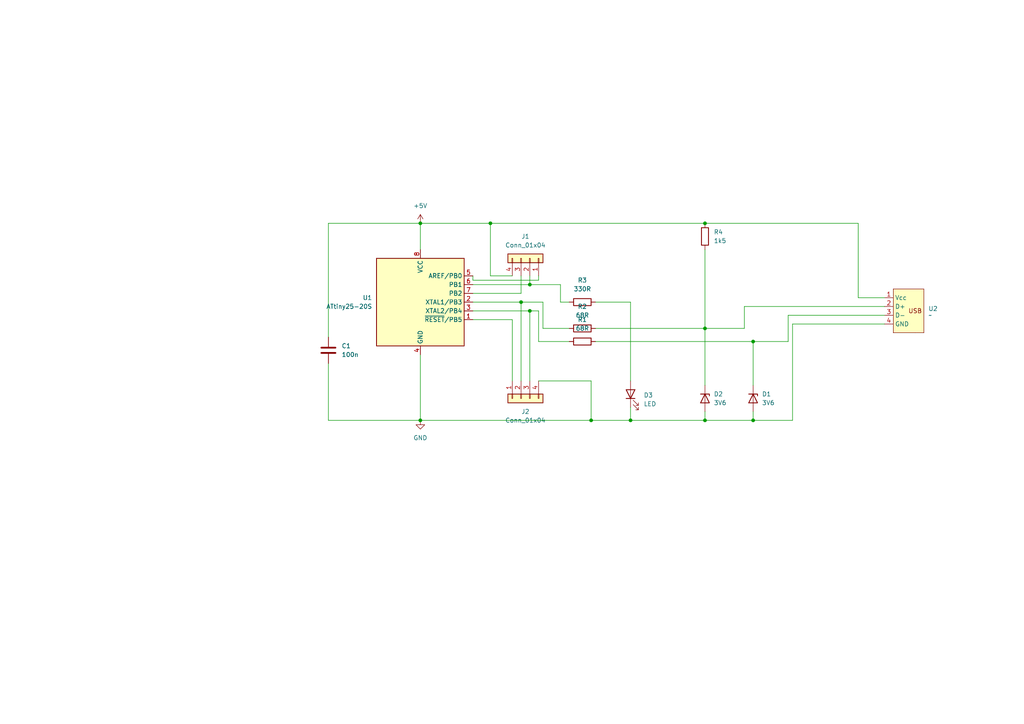
<source format=kicad_sch>
(kicad_sch
	(version 20250114)
	(generator "eeschema")
	(generator_version "9.0")
	(uuid "d2776680-b506-4855-8355-bc0a55b107ac")
	(paper "A4")
	(lib_symbols
		(symbol "Connector_Generic:Conn_01x04"
			(pin_names
				(offset 1.016)
				(hide yes)
			)
			(exclude_from_sim no)
			(in_bom yes)
			(on_board yes)
			(property "Reference" "J"
				(at 0 5.08 0)
				(effects
					(font
						(size 1.27 1.27)
					)
				)
			)
			(property "Value" "Conn_01x04"
				(at 0 -7.62 0)
				(effects
					(font
						(size 1.27 1.27)
					)
				)
			)
			(property "Footprint" ""
				(at 0 0 0)
				(effects
					(font
						(size 1.27 1.27)
					)
					(hide yes)
				)
			)
			(property "Datasheet" "~"
				(at 0 0 0)
				(effects
					(font
						(size 1.27 1.27)
					)
					(hide yes)
				)
			)
			(property "Description" "Generic connector, single row, 01x04, script generated (kicad-library-utils/schlib/autogen/connector/)"
				(at 0 0 0)
				(effects
					(font
						(size 1.27 1.27)
					)
					(hide yes)
				)
			)
			(property "ki_keywords" "connector"
				(at 0 0 0)
				(effects
					(font
						(size 1.27 1.27)
					)
					(hide yes)
				)
			)
			(property "ki_fp_filters" "Connector*:*_1x??_*"
				(at 0 0 0)
				(effects
					(font
						(size 1.27 1.27)
					)
					(hide yes)
				)
			)
			(symbol "Conn_01x04_1_1"
				(rectangle
					(start -1.27 3.81)
					(end 1.27 -6.35)
					(stroke
						(width 0.254)
						(type default)
					)
					(fill
						(type background)
					)
				)
				(rectangle
					(start -1.27 2.667)
					(end 0 2.413)
					(stroke
						(width 0.1524)
						(type default)
					)
					(fill
						(type none)
					)
				)
				(rectangle
					(start -1.27 0.127)
					(end 0 -0.127)
					(stroke
						(width 0.1524)
						(type default)
					)
					(fill
						(type none)
					)
				)
				(rectangle
					(start -1.27 -2.413)
					(end 0 -2.667)
					(stroke
						(width 0.1524)
						(type default)
					)
					(fill
						(type none)
					)
				)
				(rectangle
					(start -1.27 -4.953)
					(end 0 -5.207)
					(stroke
						(width 0.1524)
						(type default)
					)
					(fill
						(type none)
					)
				)
				(pin passive line
					(at -5.08 2.54 0)
					(length 3.81)
					(name "Pin_1"
						(effects
							(font
								(size 1.27 1.27)
							)
						)
					)
					(number "1"
						(effects
							(font
								(size 1.27 1.27)
							)
						)
					)
				)
				(pin passive line
					(at -5.08 0 0)
					(length 3.81)
					(name "Pin_2"
						(effects
							(font
								(size 1.27 1.27)
							)
						)
					)
					(number "2"
						(effects
							(font
								(size 1.27 1.27)
							)
						)
					)
				)
				(pin passive line
					(at -5.08 -2.54 0)
					(length 3.81)
					(name "Pin_3"
						(effects
							(font
								(size 1.27 1.27)
							)
						)
					)
					(number "3"
						(effects
							(font
								(size 1.27 1.27)
							)
						)
					)
				)
				(pin passive line
					(at -5.08 -5.08 0)
					(length 3.81)
					(name "Pin_4"
						(effects
							(font
								(size 1.27 1.27)
							)
						)
					)
					(number "4"
						(effects
							(font
								(size 1.27 1.27)
							)
						)
					)
				)
			)
			(embedded_fonts no)
		)
		(symbol "Device:C"
			(pin_numbers
				(hide yes)
			)
			(pin_names
				(offset 0.254)
			)
			(exclude_from_sim no)
			(in_bom yes)
			(on_board yes)
			(property "Reference" "C"
				(at 0.635 2.54 0)
				(effects
					(font
						(size 1.27 1.27)
					)
					(justify left)
				)
			)
			(property "Value" "C"
				(at 0.635 -2.54 0)
				(effects
					(font
						(size 1.27 1.27)
					)
					(justify left)
				)
			)
			(property "Footprint" ""
				(at 0.9652 -3.81 0)
				(effects
					(font
						(size 1.27 1.27)
					)
					(hide yes)
				)
			)
			(property "Datasheet" "~"
				(at 0 0 0)
				(effects
					(font
						(size 1.27 1.27)
					)
					(hide yes)
				)
			)
			(property "Description" "Unpolarized capacitor"
				(at 0 0 0)
				(effects
					(font
						(size 1.27 1.27)
					)
					(hide yes)
				)
			)
			(property "ki_keywords" "cap capacitor"
				(at 0 0 0)
				(effects
					(font
						(size 1.27 1.27)
					)
					(hide yes)
				)
			)
			(property "ki_fp_filters" "C_*"
				(at 0 0 0)
				(effects
					(font
						(size 1.27 1.27)
					)
					(hide yes)
				)
			)
			(symbol "C_0_1"
				(polyline
					(pts
						(xy -2.032 0.762) (xy 2.032 0.762)
					)
					(stroke
						(width 0.508)
						(type default)
					)
					(fill
						(type none)
					)
				)
				(polyline
					(pts
						(xy -2.032 -0.762) (xy 2.032 -0.762)
					)
					(stroke
						(width 0.508)
						(type default)
					)
					(fill
						(type none)
					)
				)
			)
			(symbol "C_1_1"
				(pin passive line
					(at 0 3.81 270)
					(length 2.794)
					(name "~"
						(effects
							(font
								(size 1.27 1.27)
							)
						)
					)
					(number "1"
						(effects
							(font
								(size 1.27 1.27)
							)
						)
					)
				)
				(pin passive line
					(at 0 -3.81 90)
					(length 2.794)
					(name "~"
						(effects
							(font
								(size 1.27 1.27)
							)
						)
					)
					(number "2"
						(effects
							(font
								(size 1.27 1.27)
							)
						)
					)
				)
			)
			(embedded_fonts no)
		)
		(symbol "Device:D_Zener"
			(pin_numbers
				(hide yes)
			)
			(pin_names
				(offset 1.016)
				(hide yes)
			)
			(exclude_from_sim no)
			(in_bom yes)
			(on_board yes)
			(property "Reference" "D"
				(at 0 2.54 0)
				(effects
					(font
						(size 1.27 1.27)
					)
				)
			)
			(property "Value" "D_Zener"
				(at 0 -2.54 0)
				(effects
					(font
						(size 1.27 1.27)
					)
				)
			)
			(property "Footprint" ""
				(at 0 0 0)
				(effects
					(font
						(size 1.27 1.27)
					)
					(hide yes)
				)
			)
			(property "Datasheet" "~"
				(at 0 0 0)
				(effects
					(font
						(size 1.27 1.27)
					)
					(hide yes)
				)
			)
			(property "Description" "Zener diode"
				(at 0 0 0)
				(effects
					(font
						(size 1.27 1.27)
					)
					(hide yes)
				)
			)
			(property "ki_keywords" "diode"
				(at 0 0 0)
				(effects
					(font
						(size 1.27 1.27)
					)
					(hide yes)
				)
			)
			(property "ki_fp_filters" "TO-???* *_Diode_* *SingleDiode* D_*"
				(at 0 0 0)
				(effects
					(font
						(size 1.27 1.27)
					)
					(hide yes)
				)
			)
			(symbol "D_Zener_0_1"
				(polyline
					(pts
						(xy -1.27 -1.27) (xy -1.27 1.27) (xy -0.762 1.27)
					)
					(stroke
						(width 0.254)
						(type default)
					)
					(fill
						(type none)
					)
				)
				(polyline
					(pts
						(xy 1.27 0) (xy -1.27 0)
					)
					(stroke
						(width 0)
						(type default)
					)
					(fill
						(type none)
					)
				)
				(polyline
					(pts
						(xy 1.27 -1.27) (xy 1.27 1.27) (xy -1.27 0) (xy 1.27 -1.27)
					)
					(stroke
						(width 0.254)
						(type default)
					)
					(fill
						(type none)
					)
				)
			)
			(symbol "D_Zener_1_1"
				(pin passive line
					(at -3.81 0 0)
					(length 2.54)
					(name "K"
						(effects
							(font
								(size 1.27 1.27)
							)
						)
					)
					(number "1"
						(effects
							(font
								(size 1.27 1.27)
							)
						)
					)
				)
				(pin passive line
					(at 3.81 0 180)
					(length 2.54)
					(name "A"
						(effects
							(font
								(size 1.27 1.27)
							)
						)
					)
					(number "2"
						(effects
							(font
								(size 1.27 1.27)
							)
						)
					)
				)
			)
			(embedded_fonts no)
		)
		(symbol "Device:LED"
			(pin_numbers
				(hide yes)
			)
			(pin_names
				(offset 1.016)
				(hide yes)
			)
			(exclude_from_sim no)
			(in_bom yes)
			(on_board yes)
			(property "Reference" "D"
				(at 0 2.54 0)
				(effects
					(font
						(size 1.27 1.27)
					)
				)
			)
			(property "Value" "LED"
				(at 0 -2.54 0)
				(effects
					(font
						(size 1.27 1.27)
					)
				)
			)
			(property "Footprint" ""
				(at 0 0 0)
				(effects
					(font
						(size 1.27 1.27)
					)
					(hide yes)
				)
			)
			(property "Datasheet" "~"
				(at 0 0 0)
				(effects
					(font
						(size 1.27 1.27)
					)
					(hide yes)
				)
			)
			(property "Description" "Light emitting diode"
				(at 0 0 0)
				(effects
					(font
						(size 1.27 1.27)
					)
					(hide yes)
				)
			)
			(property "Sim.Pins" "1=K 2=A"
				(at 0 0 0)
				(effects
					(font
						(size 1.27 1.27)
					)
					(hide yes)
				)
			)
			(property "ki_keywords" "LED diode"
				(at 0 0 0)
				(effects
					(font
						(size 1.27 1.27)
					)
					(hide yes)
				)
			)
			(property "ki_fp_filters" "LED* LED_SMD:* LED_THT:*"
				(at 0 0 0)
				(effects
					(font
						(size 1.27 1.27)
					)
					(hide yes)
				)
			)
			(symbol "LED_0_1"
				(polyline
					(pts
						(xy -3.048 -0.762) (xy -4.572 -2.286) (xy -3.81 -2.286) (xy -4.572 -2.286) (xy -4.572 -1.524)
					)
					(stroke
						(width 0)
						(type default)
					)
					(fill
						(type none)
					)
				)
				(polyline
					(pts
						(xy -1.778 -0.762) (xy -3.302 -2.286) (xy -2.54 -2.286) (xy -3.302 -2.286) (xy -3.302 -1.524)
					)
					(stroke
						(width 0)
						(type default)
					)
					(fill
						(type none)
					)
				)
				(polyline
					(pts
						(xy -1.27 0) (xy 1.27 0)
					)
					(stroke
						(width 0)
						(type default)
					)
					(fill
						(type none)
					)
				)
				(polyline
					(pts
						(xy -1.27 -1.27) (xy -1.27 1.27)
					)
					(stroke
						(width 0.254)
						(type default)
					)
					(fill
						(type none)
					)
				)
				(polyline
					(pts
						(xy 1.27 -1.27) (xy 1.27 1.27) (xy -1.27 0) (xy 1.27 -1.27)
					)
					(stroke
						(width 0.254)
						(type default)
					)
					(fill
						(type none)
					)
				)
			)
			(symbol "LED_1_1"
				(pin passive line
					(at -3.81 0 0)
					(length 2.54)
					(name "K"
						(effects
							(font
								(size 1.27 1.27)
							)
						)
					)
					(number "1"
						(effects
							(font
								(size 1.27 1.27)
							)
						)
					)
				)
				(pin passive line
					(at 3.81 0 180)
					(length 2.54)
					(name "A"
						(effects
							(font
								(size 1.27 1.27)
							)
						)
					)
					(number "2"
						(effects
							(font
								(size 1.27 1.27)
							)
						)
					)
				)
			)
			(embedded_fonts no)
		)
		(symbol "Device:R"
			(pin_numbers
				(hide yes)
			)
			(pin_names
				(offset 0)
			)
			(exclude_from_sim no)
			(in_bom yes)
			(on_board yes)
			(property "Reference" "R"
				(at 2.032 0 90)
				(effects
					(font
						(size 1.27 1.27)
					)
				)
			)
			(property "Value" "R"
				(at 0 0 90)
				(effects
					(font
						(size 1.27 1.27)
					)
				)
			)
			(property "Footprint" ""
				(at -1.778 0 90)
				(effects
					(font
						(size 1.27 1.27)
					)
					(hide yes)
				)
			)
			(property "Datasheet" "~"
				(at 0 0 0)
				(effects
					(font
						(size 1.27 1.27)
					)
					(hide yes)
				)
			)
			(property "Description" "Resistor"
				(at 0 0 0)
				(effects
					(font
						(size 1.27 1.27)
					)
					(hide yes)
				)
			)
			(property "ki_keywords" "R res resistor"
				(at 0 0 0)
				(effects
					(font
						(size 1.27 1.27)
					)
					(hide yes)
				)
			)
			(property "ki_fp_filters" "R_*"
				(at 0 0 0)
				(effects
					(font
						(size 1.27 1.27)
					)
					(hide yes)
				)
			)
			(symbol "R_0_1"
				(rectangle
					(start -1.016 -2.54)
					(end 1.016 2.54)
					(stroke
						(width 0.254)
						(type default)
					)
					(fill
						(type none)
					)
				)
			)
			(symbol "R_1_1"
				(pin passive line
					(at 0 3.81 270)
					(length 1.27)
					(name "~"
						(effects
							(font
								(size 1.27 1.27)
							)
						)
					)
					(number "1"
						(effects
							(font
								(size 1.27 1.27)
							)
						)
					)
				)
				(pin passive line
					(at 0 -3.81 90)
					(length 1.27)
					(name "~"
						(effects
							(font
								(size 1.27 1.27)
							)
						)
					)
					(number "2"
						(effects
							(font
								(size 1.27 1.27)
							)
						)
					)
				)
			)
			(embedded_fonts no)
		)
		(symbol "MCU_Microchip_ATtiny:ATtiny25-20S"
			(exclude_from_sim no)
			(in_bom yes)
			(on_board yes)
			(property "Reference" "U"
				(at -12.7 13.97 0)
				(effects
					(font
						(size 1.27 1.27)
					)
					(justify left bottom)
				)
			)
			(property "Value" "ATtiny25-20S"
				(at 2.54 -13.97 0)
				(effects
					(font
						(size 1.27 1.27)
					)
					(justify left top)
				)
			)
			(property "Footprint" "Package_SO:SOIC-8_5.3x5.3mm_P1.27mm"
				(at 0 0 0)
				(effects
					(font
						(size 1.27 1.27)
						(italic yes)
					)
					(hide yes)
				)
			)
			(property "Datasheet" "http://ww1.microchip.com/downloads/en/DeviceDoc/atmel-2586-avr-8-bit-microcontroller-attiny25-attiny45-attiny85_datasheet.pdf"
				(at 0 0 0)
				(effects
					(font
						(size 1.27 1.27)
					)
					(hide yes)
				)
			)
			(property "Description" "20MHz, 2kB Flash, 128B SRAM, 128B EEPROM, debugWIRE, SOIC-8"
				(at 0 0 0)
				(effects
					(font
						(size 1.27 1.27)
					)
					(hide yes)
				)
			)
			(property "ki_keywords" "AVR 8bit Microcontroller tinyAVR"
				(at 0 0 0)
				(effects
					(font
						(size 1.27 1.27)
					)
					(hide yes)
				)
			)
			(property "ki_fp_filters" "*SOIC*5.3x5.3mm*P1.27mm*"
				(at 0 0 0)
				(effects
					(font
						(size 1.27 1.27)
					)
					(hide yes)
				)
			)
			(symbol "ATtiny25-20S_0_1"
				(rectangle
					(start -12.7 -12.7)
					(end 12.7 12.7)
					(stroke
						(width 0.254)
						(type default)
					)
					(fill
						(type background)
					)
				)
			)
			(symbol "ATtiny25-20S_1_1"
				(pin power_in line
					(at 0 15.24 270)
					(length 2.54)
					(name "VCC"
						(effects
							(font
								(size 1.27 1.27)
							)
						)
					)
					(number "8"
						(effects
							(font
								(size 1.27 1.27)
							)
						)
					)
				)
				(pin power_in line
					(at 0 -15.24 90)
					(length 2.54)
					(name "GND"
						(effects
							(font
								(size 1.27 1.27)
							)
						)
					)
					(number "4"
						(effects
							(font
								(size 1.27 1.27)
							)
						)
					)
				)
				(pin bidirectional line
					(at 15.24 7.62 180)
					(length 2.54)
					(name "AREF/PB0"
						(effects
							(font
								(size 1.27 1.27)
							)
						)
					)
					(number "5"
						(effects
							(font
								(size 1.27 1.27)
							)
						)
					)
				)
				(pin bidirectional line
					(at 15.24 5.08 180)
					(length 2.54)
					(name "PB1"
						(effects
							(font
								(size 1.27 1.27)
							)
						)
					)
					(number "6"
						(effects
							(font
								(size 1.27 1.27)
							)
						)
					)
				)
				(pin bidirectional line
					(at 15.24 2.54 180)
					(length 2.54)
					(name "PB2"
						(effects
							(font
								(size 1.27 1.27)
							)
						)
					)
					(number "7"
						(effects
							(font
								(size 1.27 1.27)
							)
						)
					)
				)
				(pin bidirectional line
					(at 15.24 0 180)
					(length 2.54)
					(name "XTAL1/PB3"
						(effects
							(font
								(size 1.27 1.27)
							)
						)
					)
					(number "2"
						(effects
							(font
								(size 1.27 1.27)
							)
						)
					)
				)
				(pin bidirectional line
					(at 15.24 -2.54 180)
					(length 2.54)
					(name "XTAL2/PB4"
						(effects
							(font
								(size 1.27 1.27)
							)
						)
					)
					(number "3"
						(effects
							(font
								(size 1.27 1.27)
							)
						)
					)
				)
				(pin bidirectional line
					(at 15.24 -5.08 180)
					(length 2.54)
					(name "~{RESET}/PB5"
						(effects
							(font
								(size 1.27 1.27)
							)
						)
					)
					(number "1"
						(effects
							(font
								(size 1.27 1.27)
							)
						)
					)
				)
			)
			(embedded_fonts no)
		)
		(symbol "astaBunNew_Library_0:pcbUsb"
			(exclude_from_sim no)
			(in_bom yes)
			(on_board yes)
			(property "Reference" "U"
				(at 0 0 0)
				(effects
					(font
						(size 1.27 1.27)
					)
				)
			)
			(property "Value" ""
				(at 0 0 0)
				(effects
					(font
						(size 1.27 1.27)
					)
				)
			)
			(property "Footprint" ""
				(at 0 0 0)
				(effects
					(font
						(size 1.27 1.27)
					)
					(hide yes)
				)
			)
			(property "Datasheet" ""
				(at 0 0 0)
				(effects
					(font
						(size 1.27 1.27)
					)
					(hide yes)
				)
			)
			(property "Description" ""
				(at 0 0 0)
				(effects
					(font
						(size 1.27 1.27)
					)
					(hide yes)
				)
			)
			(symbol "pcbUsb_0_1"
				(rectangle
					(start 8.89 -1.27)
					(end 8.89 -1.27)
					(stroke
						(width 0)
						(type default)
					)
					(fill
						(type none)
					)
				)
				(rectangle
					(start 8.89 -1.27)
					(end 8.89 -1.27)
					(stroke
						(width 0)
						(type default)
					)
					(fill
						(type none)
					)
				)
			)
			(symbol "pcbUsb_1_1"
				(rectangle
					(start 2.54 11.43)
					(end 11.43 -1.27)
					(stroke
						(width 0)
						(type solid)
					)
					(fill
						(type background)
					)
				)
				(text "USB"
					(at 8.89 5.08 0)
					(effects
						(font
							(size 1.27 1.27)
						)
					)
				)
				(pin power_in line
					(at 0 8.89 0)
					(length 2.54)
					(name "Vcc"
						(effects
							(font
								(size 1.27 1.27)
							)
						)
					)
					(number "1"
						(effects
							(font
								(size 1.27 1.27)
							)
						)
					)
				)
				(pin bidirectional line
					(at 0 6.35 0)
					(length 2.54)
					(name "D+"
						(effects
							(font
								(size 1.27 1.27)
							)
						)
					)
					(number "2"
						(effects
							(font
								(size 1.27 1.27)
							)
						)
					)
				)
				(pin bidirectional line
					(at 0 3.81 0)
					(length 2.54)
					(name "D-"
						(effects
							(font
								(size 1.27 1.27)
							)
						)
					)
					(number "3"
						(effects
							(font
								(size 1.27 1.27)
							)
						)
					)
				)
				(pin power_in line
					(at 0 1.27 0)
					(length 2.54)
					(name "GND"
						(effects
							(font
								(size 1.27 1.27)
							)
						)
					)
					(number "4"
						(effects
							(font
								(size 1.27 1.27)
							)
						)
					)
				)
			)
			(embedded_fonts no)
		)
		(symbol "power:+5V"
			(power)
			(pin_numbers
				(hide yes)
			)
			(pin_names
				(offset 0)
				(hide yes)
			)
			(exclude_from_sim no)
			(in_bom yes)
			(on_board yes)
			(property "Reference" "#PWR"
				(at 0 -3.81 0)
				(effects
					(font
						(size 1.27 1.27)
					)
					(hide yes)
				)
			)
			(property "Value" "+5V"
				(at 0 3.556 0)
				(effects
					(font
						(size 1.27 1.27)
					)
				)
			)
			(property "Footprint" ""
				(at 0 0 0)
				(effects
					(font
						(size 1.27 1.27)
					)
					(hide yes)
				)
			)
			(property "Datasheet" ""
				(at 0 0 0)
				(effects
					(font
						(size 1.27 1.27)
					)
					(hide yes)
				)
			)
			(property "Description" "Power symbol creates a global label with name \"+5V\""
				(at 0 0 0)
				(effects
					(font
						(size 1.27 1.27)
					)
					(hide yes)
				)
			)
			(property "ki_keywords" "global power"
				(at 0 0 0)
				(effects
					(font
						(size 1.27 1.27)
					)
					(hide yes)
				)
			)
			(symbol "+5V_0_1"
				(polyline
					(pts
						(xy -0.762 1.27) (xy 0 2.54)
					)
					(stroke
						(width 0)
						(type default)
					)
					(fill
						(type none)
					)
				)
				(polyline
					(pts
						(xy 0 2.54) (xy 0.762 1.27)
					)
					(stroke
						(width 0)
						(type default)
					)
					(fill
						(type none)
					)
				)
				(polyline
					(pts
						(xy 0 0) (xy 0 2.54)
					)
					(stroke
						(width 0)
						(type default)
					)
					(fill
						(type none)
					)
				)
			)
			(symbol "+5V_1_1"
				(pin power_in line
					(at 0 0 90)
					(length 0)
					(name "~"
						(effects
							(font
								(size 1.27 1.27)
							)
						)
					)
					(number "1"
						(effects
							(font
								(size 1.27 1.27)
							)
						)
					)
				)
			)
			(embedded_fonts no)
		)
		(symbol "power:GND"
			(power)
			(pin_numbers
				(hide yes)
			)
			(pin_names
				(offset 0)
				(hide yes)
			)
			(exclude_from_sim no)
			(in_bom yes)
			(on_board yes)
			(property "Reference" "#PWR"
				(at 0 -6.35 0)
				(effects
					(font
						(size 1.27 1.27)
					)
					(hide yes)
				)
			)
			(property "Value" "GND"
				(at 0 -3.81 0)
				(effects
					(font
						(size 1.27 1.27)
					)
				)
			)
			(property "Footprint" ""
				(at 0 0 0)
				(effects
					(font
						(size 1.27 1.27)
					)
					(hide yes)
				)
			)
			(property "Datasheet" ""
				(at 0 0 0)
				(effects
					(font
						(size 1.27 1.27)
					)
					(hide yes)
				)
			)
			(property "Description" "Power symbol creates a global label with name \"GND\" , ground"
				(at 0 0 0)
				(effects
					(font
						(size 1.27 1.27)
					)
					(hide yes)
				)
			)
			(property "ki_keywords" "global power"
				(at 0 0 0)
				(effects
					(font
						(size 1.27 1.27)
					)
					(hide yes)
				)
			)
			(symbol "GND_0_1"
				(polyline
					(pts
						(xy 0 0) (xy 0 -1.27) (xy 1.27 -1.27) (xy 0 -2.54) (xy -1.27 -1.27) (xy 0 -1.27)
					)
					(stroke
						(width 0)
						(type default)
					)
					(fill
						(type none)
					)
				)
			)
			(symbol "GND_1_1"
				(pin power_in line
					(at 0 0 270)
					(length 0)
					(name "~"
						(effects
							(font
								(size 1.27 1.27)
							)
						)
					)
					(number "1"
						(effects
							(font
								(size 1.27 1.27)
							)
						)
					)
				)
			)
			(embedded_fonts no)
		)
	)
	(junction
		(at 218.44 99.06)
		(diameter 0)
		(color 0 0 0 0)
		(uuid "08768db8-e8a6-4d38-90db-24cf2f85651b")
	)
	(junction
		(at 204.47 121.92)
		(diameter 0)
		(color 0 0 0 0)
		(uuid "0ba148a7-d402-49f1-b047-4f377b0b9714")
	)
	(junction
		(at 204.47 64.77)
		(diameter 0)
		(color 0 0 0 0)
		(uuid "2eddb6ff-72b4-42a8-a374-19f7631161bb")
	)
	(junction
		(at 171.45 121.92)
		(diameter 0)
		(color 0 0 0 0)
		(uuid "328e0e8c-c491-4849-bfeb-ac6bb91de839")
	)
	(junction
		(at 121.92 121.92)
		(diameter 0)
		(color 0 0 0 0)
		(uuid "41339d18-4bea-4ad2-9ecc-97353b8e586c")
	)
	(junction
		(at 153.67 90.17)
		(diameter 0)
		(color 0 0 0 0)
		(uuid "6185d685-ac1b-4cd5-8dc5-e22dc613e634")
	)
	(junction
		(at 218.44 121.92)
		(diameter 0)
		(color 0 0 0 0)
		(uuid "645e83cc-435b-4fb4-a5b7-901e7df5710e")
	)
	(junction
		(at 204.47 95.25)
		(diameter 0)
		(color 0 0 0 0)
		(uuid "7711d3f1-8b9f-450d-b85a-e6bff754b128")
	)
	(junction
		(at 182.88 121.92)
		(diameter 0)
		(color 0 0 0 0)
		(uuid "9a31b1e2-4d56-45aa-9e02-0cd33634ab13")
	)
	(junction
		(at 142.24 64.77)
		(diameter 0)
		(color 0 0 0 0)
		(uuid "d0583604-7314-4a86-920f-9e4a554448ce")
	)
	(junction
		(at 151.13 87.63)
		(diameter 0)
		(color 0 0 0 0)
		(uuid "d54d337d-6bcf-408f-bed6-58aa25af2311")
	)
	(junction
		(at 153.67 82.55)
		(diameter 0)
		(color 0 0 0 0)
		(uuid "dfdd173c-299d-42fc-b839-0dc7b125eccc")
	)
	(junction
		(at 121.92 64.77)
		(diameter 0)
		(color 0 0 0 0)
		(uuid "f0ce6dec-0a9e-45a2-aa95-3aa87cda5c12")
	)
	(wire
		(pts
			(xy 156.21 99.06) (xy 156.21 90.17)
		)
		(stroke
			(width 0)
			(type default)
		)
		(uuid "01210a08-5def-4c7f-a628-e7c9dd371aa2")
	)
	(wire
		(pts
			(xy 153.67 90.17) (xy 137.16 90.17)
		)
		(stroke
			(width 0)
			(type default)
		)
		(uuid "036dd0aa-645c-417e-b2f0-b118f60c5561")
	)
	(wire
		(pts
			(xy 182.88 110.49) (xy 182.88 87.63)
		)
		(stroke
			(width 0)
			(type default)
		)
		(uuid "060b51c8-6699-4d52-8b08-f74109fd18f3")
	)
	(wire
		(pts
			(xy 204.47 111.76) (xy 204.47 95.25)
		)
		(stroke
			(width 0)
			(type default)
		)
		(uuid "0a6ec7c9-ca6a-4617-8fc8-54b0dcbb4077")
	)
	(wire
		(pts
			(xy 151.13 87.63) (xy 151.13 110.49)
		)
		(stroke
			(width 0)
			(type default)
		)
		(uuid "10667743-36e9-44c0-b467-70bfb8557113")
	)
	(wire
		(pts
			(xy 215.9 95.25) (xy 204.47 95.25)
		)
		(stroke
			(width 0)
			(type default)
		)
		(uuid "12de5542-5b87-41b0-b563-89233d7d55c2")
	)
	(wire
		(pts
			(xy 256.54 86.36) (xy 248.92 86.36)
		)
		(stroke
			(width 0)
			(type default)
		)
		(uuid "15ec50ac-50d4-443c-be3c-59a9342d101b")
	)
	(wire
		(pts
			(xy 248.92 86.36) (xy 248.92 64.77)
		)
		(stroke
			(width 0)
			(type default)
		)
		(uuid "1c440f75-ecbc-4a12-a47f-71d71bb02c75")
	)
	(wire
		(pts
			(xy 151.13 87.63) (xy 137.16 87.63)
		)
		(stroke
			(width 0)
			(type default)
		)
		(uuid "1e1d0bb4-c570-41af-beaf-27c347f330b3")
	)
	(wire
		(pts
			(xy 156.21 90.17) (xy 153.67 90.17)
		)
		(stroke
			(width 0)
			(type default)
		)
		(uuid "2625a6bb-75ad-4c03-9a75-80d8c99ce9bd")
	)
	(wire
		(pts
			(xy 121.92 64.77) (xy 142.24 64.77)
		)
		(stroke
			(width 0)
			(type default)
		)
		(uuid "289a6429-7456-4d33-8217-2a1299ed7a2c")
	)
	(wire
		(pts
			(xy 204.47 72.39) (xy 204.47 95.25)
		)
		(stroke
			(width 0)
			(type default)
		)
		(uuid "2c75b86e-afe1-4a91-b150-6fe47004467f")
	)
	(wire
		(pts
			(xy 153.67 82.55) (xy 137.16 82.55)
		)
		(stroke
			(width 0)
			(type default)
		)
		(uuid "3487218e-ae23-4cc3-9bc0-50890123bcf4")
	)
	(wire
		(pts
			(xy 165.1 99.06) (xy 156.21 99.06)
		)
		(stroke
			(width 0)
			(type default)
		)
		(uuid "380364d5-9522-4571-9891-f7b899decc18")
	)
	(wire
		(pts
			(xy 151.13 80.01) (xy 151.13 85.09)
		)
		(stroke
			(width 0)
			(type default)
		)
		(uuid "3a252e3a-51e6-4e16-a10f-afcee4612dba")
	)
	(wire
		(pts
			(xy 162.56 87.63) (xy 162.56 82.55)
		)
		(stroke
			(width 0)
			(type default)
		)
		(uuid "3df2aa98-692d-42d8-879d-e309e10f117a")
	)
	(wire
		(pts
			(xy 256.54 93.98) (xy 229.87 93.98)
		)
		(stroke
			(width 0)
			(type default)
		)
		(uuid "4414ce1a-b341-4dc6-bf62-413928d06560")
	)
	(wire
		(pts
			(xy 121.92 64.77) (xy 121.92 72.39)
		)
		(stroke
			(width 0)
			(type default)
		)
		(uuid "481e917e-deca-4185-96e0-0a02e5fe1edd")
	)
	(wire
		(pts
			(xy 204.47 95.25) (xy 172.72 95.25)
		)
		(stroke
			(width 0)
			(type default)
		)
		(uuid "49c27dbf-980b-4a7e-92f2-191912e78030")
	)
	(wire
		(pts
			(xy 256.54 91.44) (xy 228.6 91.44)
		)
		(stroke
			(width 0)
			(type default)
		)
		(uuid "50de9420-d2b8-4a66-8ed5-8097832d9c60")
	)
	(wire
		(pts
			(xy 218.44 121.92) (xy 204.47 121.92)
		)
		(stroke
			(width 0)
			(type default)
		)
		(uuid "51c7b6e0-da51-4694-acd5-b2274032d88b")
	)
	(wire
		(pts
			(xy 228.6 99.06) (xy 218.44 99.06)
		)
		(stroke
			(width 0)
			(type default)
		)
		(uuid "5315c7a9-8123-4edf-9a65-c896196b47e5")
	)
	(wire
		(pts
			(xy 95.25 121.92) (xy 121.92 121.92)
		)
		(stroke
			(width 0)
			(type default)
		)
		(uuid "63aa4939-0cab-4e7b-af8f-e49e57ff9382")
	)
	(wire
		(pts
			(xy 248.92 64.77) (xy 204.47 64.77)
		)
		(stroke
			(width 0)
			(type default)
		)
		(uuid "66113487-f5bd-4dbc-9cbd-d70a49c2fe8b")
	)
	(wire
		(pts
			(xy 165.1 95.25) (xy 157.48 95.25)
		)
		(stroke
			(width 0)
			(type default)
		)
		(uuid "7042ade7-8013-4cc8-af4a-a3dbca12fc55")
	)
	(wire
		(pts
			(xy 95.25 105.41) (xy 95.25 121.92)
		)
		(stroke
			(width 0)
			(type default)
		)
		(uuid "736439bf-8a11-49d5-b871-239e8a42eb86")
	)
	(wire
		(pts
			(xy 95.25 64.77) (xy 121.92 64.77)
		)
		(stroke
			(width 0)
			(type default)
		)
		(uuid "77241ff0-4839-4246-9a17-30ee4f701b3d")
	)
	(wire
		(pts
			(xy 171.45 110.49) (xy 156.21 110.49)
		)
		(stroke
			(width 0)
			(type default)
		)
		(uuid "78726e33-cbd0-4b3a-a606-6ec99c59bb31")
	)
	(wire
		(pts
			(xy 151.13 85.09) (xy 137.16 85.09)
		)
		(stroke
			(width 0)
			(type default)
		)
		(uuid "79a38bcb-b0c0-47a9-abb3-4731e55cd208")
	)
	(wire
		(pts
			(xy 142.24 80.01) (xy 142.24 64.77)
		)
		(stroke
			(width 0)
			(type default)
		)
		(uuid "8674166e-534a-4d34-b331-dd27e3229b4f")
	)
	(wire
		(pts
			(xy 229.87 93.98) (xy 229.87 121.92)
		)
		(stroke
			(width 0)
			(type default)
		)
		(uuid "8726cbc8-f71b-4591-9667-145ed791b05b")
	)
	(wire
		(pts
			(xy 218.44 119.38) (xy 218.44 121.92)
		)
		(stroke
			(width 0)
			(type default)
		)
		(uuid "8d96dcb9-1bfd-4a15-8cfb-c799800c5b29")
	)
	(wire
		(pts
			(xy 182.88 87.63) (xy 172.72 87.63)
		)
		(stroke
			(width 0)
			(type default)
		)
		(uuid "92f2ba31-a72d-4084-b041-ff7a3291dc16")
	)
	(wire
		(pts
			(xy 148.59 92.71) (xy 137.16 92.71)
		)
		(stroke
			(width 0)
			(type default)
		)
		(uuid "934e5b05-cdce-48d8-8f39-4c6332f7e10f")
	)
	(wire
		(pts
			(xy 157.48 95.25) (xy 157.48 87.63)
		)
		(stroke
			(width 0)
			(type default)
		)
		(uuid "93779689-f3e6-4325-b959-71b057681e9f")
	)
	(wire
		(pts
			(xy 165.1 87.63) (xy 162.56 87.63)
		)
		(stroke
			(width 0)
			(type default)
		)
		(uuid "97d34673-2d17-4b61-87cf-0b1115b78555")
	)
	(wire
		(pts
			(xy 215.9 88.9) (xy 215.9 95.25)
		)
		(stroke
			(width 0)
			(type default)
		)
		(uuid "9b9f21c0-d2b0-4b57-89c7-3122023306bb")
	)
	(wire
		(pts
			(xy 171.45 121.92) (xy 182.88 121.92)
		)
		(stroke
			(width 0)
			(type default)
		)
		(uuid "9eb3a6de-e593-4325-bd52-af53411bfb20")
	)
	(wire
		(pts
			(xy 156.21 81.28) (xy 137.16 81.28)
		)
		(stroke
			(width 0)
			(type default)
		)
		(uuid "9fe22627-1cb8-46bb-a7a7-9f8a4cd91db5")
	)
	(wire
		(pts
			(xy 256.54 88.9) (xy 215.9 88.9)
		)
		(stroke
			(width 0)
			(type default)
		)
		(uuid "a15b77d8-da04-4e6f-b678-b942b42444c7")
	)
	(wire
		(pts
			(xy 121.92 121.92) (xy 171.45 121.92)
		)
		(stroke
			(width 0)
			(type default)
		)
		(uuid "a2db48ec-e0a5-4108-940b-6020e16410eb")
	)
	(wire
		(pts
			(xy 182.88 121.92) (xy 182.88 118.11)
		)
		(stroke
			(width 0)
			(type default)
		)
		(uuid "af1b73bb-b5e3-4e17-9fd3-7657fcfe2c0a")
	)
	(wire
		(pts
			(xy 218.44 99.06) (xy 172.72 99.06)
		)
		(stroke
			(width 0)
			(type default)
		)
		(uuid "ba1d7246-049e-43d3-aa5a-80e372549536")
	)
	(wire
		(pts
			(xy 228.6 91.44) (xy 228.6 99.06)
		)
		(stroke
			(width 0)
			(type default)
		)
		(uuid "bace092f-3167-4bc0-bf79-b45f4f16b45a")
	)
	(wire
		(pts
			(xy 137.16 81.28) (xy 137.16 80.01)
		)
		(stroke
			(width 0)
			(type default)
		)
		(uuid "c0e3bcfa-002b-4d50-b131-b6ccffbb704f")
	)
	(wire
		(pts
			(xy 162.56 82.55) (xy 153.67 82.55)
		)
		(stroke
			(width 0)
			(type default)
		)
		(uuid "c2ee2a1f-3a1f-409d-80c1-2272c7f71556")
	)
	(wire
		(pts
			(xy 229.87 121.92) (xy 218.44 121.92)
		)
		(stroke
			(width 0)
			(type default)
		)
		(uuid "ccf3361e-0fe3-4ff3-8123-1ca36ef6bd51")
	)
	(wire
		(pts
			(xy 142.24 64.77) (xy 204.47 64.77)
		)
		(stroke
			(width 0)
			(type default)
		)
		(uuid "d3f5a241-8c67-40d5-aa80-afbe5f928231")
	)
	(wire
		(pts
			(xy 182.88 121.92) (xy 204.47 121.92)
		)
		(stroke
			(width 0)
			(type default)
		)
		(uuid "d92f8f65-2c5a-4cfb-ace9-e9d572478ff8")
	)
	(wire
		(pts
			(xy 121.92 102.87) (xy 121.92 121.92)
		)
		(stroke
			(width 0)
			(type default)
		)
		(uuid "da3cb705-5ffc-4839-98a7-667c25d4c242")
	)
	(wire
		(pts
			(xy 218.44 111.76) (xy 218.44 99.06)
		)
		(stroke
			(width 0)
			(type default)
		)
		(uuid "e1d834bb-5085-4ba1-a138-5bc2ef1faddf")
	)
	(wire
		(pts
			(xy 157.48 87.63) (xy 151.13 87.63)
		)
		(stroke
			(width 0)
			(type default)
		)
		(uuid "e2ac41fb-7464-49c1-86ae-97a80be77f17")
	)
	(wire
		(pts
			(xy 156.21 80.01) (xy 156.21 81.28)
		)
		(stroke
			(width 0)
			(type default)
		)
		(uuid "e2ef9c4e-378a-4377-a401-eb6a492dbd69")
	)
	(wire
		(pts
			(xy 148.59 110.49) (xy 148.59 92.71)
		)
		(stroke
			(width 0)
			(type default)
		)
		(uuid "e45bf4fa-4f4b-480d-975d-263d6a11ad5e")
	)
	(wire
		(pts
			(xy 95.25 97.79) (xy 95.25 64.77)
		)
		(stroke
			(width 0)
			(type default)
		)
		(uuid "e4ccfb01-0db6-4e15-9203-d577d10b2ec3")
	)
	(wire
		(pts
			(xy 204.47 121.92) (xy 204.47 119.38)
		)
		(stroke
			(width 0)
			(type default)
		)
		(uuid "e594cedc-959b-4661-89ae-2ca0f320fb1f")
	)
	(wire
		(pts
			(xy 171.45 121.92) (xy 171.45 110.49)
		)
		(stroke
			(width 0)
			(type default)
		)
		(uuid "e867a0d5-78d5-47ea-be4d-6babf255b17c")
	)
	(wire
		(pts
			(xy 153.67 90.17) (xy 153.67 110.49)
		)
		(stroke
			(width 0)
			(type default)
		)
		(uuid "ed48d36f-b9dc-4dc3-bdd0-a55dd495f360")
	)
	(wire
		(pts
			(xy 148.59 80.01) (xy 142.24 80.01)
		)
		(stroke
			(width 0)
			(type default)
		)
		(uuid "fe1aae75-cf93-4d49-8591-f416cf10de89")
	)
	(wire
		(pts
			(xy 153.67 80.01) (xy 153.67 82.55)
		)
		(stroke
			(width 0)
			(type default)
		)
		(uuid "fea9671a-447e-4e39-b292-1acc260c43f7")
	)
	(symbol
		(lib_id "Device:D_Zener")
		(at 204.47 115.57 270)
		(unit 1)
		(exclude_from_sim no)
		(in_bom yes)
		(on_board yes)
		(dnp no)
		(fields_autoplaced yes)
		(uuid "077ce6f9-e06e-4e5b-9cea-1e4448677933")
		(property "Reference" "D2"
			(at 207.01 114.2999 90)
			(effects
				(font
					(size 1.27 1.27)
				)
				(justify left)
			)
		)
		(property "Value" "3V6"
			(at 207.01 116.8399 90)
			(effects
				(font
					(size 1.27 1.27)
				)
				(justify left)
			)
		)
		(property "Footprint" "Diode_SMD:D_SOD-123"
			(at 204.47 115.57 0)
			(effects
				(font
					(size 1.27 1.27)
				)
				(hide yes)
			)
		)
		(property "Datasheet" "~"
			(at 204.47 115.57 0)
			(effects
				(font
					(size 1.27 1.27)
				)
				(hide yes)
			)
		)
		(property "Description" "Zener diode"
			(at 204.47 115.57 0)
			(effects
				(font
					(size 1.27 1.27)
				)
				(hide yes)
			)
		)
		(pin "1"
			(uuid "cd603061-857f-4bb4-bc2e-a70fa32ff512")
		)
		(pin "2"
			(uuid "576d0b87-771d-4c0c-9f91-a6660159c126")
		)
		(instances
			(project ""
				(path "/d2776680-b506-4855-8355-bc0a55b107ac"
					(reference "D2")
					(unit 1)
				)
			)
		)
	)
	(symbol
		(lib_id "Device:R")
		(at 204.47 68.58 0)
		(unit 1)
		(exclude_from_sim no)
		(in_bom yes)
		(on_board yes)
		(dnp no)
		(fields_autoplaced yes)
		(uuid "0b6ac133-9131-4237-b9fd-70123a40e33c")
		(property "Reference" "R4"
			(at 207.01 67.3099 0)
			(effects
				(font
					(size 1.27 1.27)
				)
				(justify left)
			)
		)
		(property "Value" "1k5"
			(at 207.01 69.8499 0)
			(effects
				(font
					(size 1.27 1.27)
				)
				(justify left)
			)
		)
		(property "Footprint" "Resistor_SMD:R_0805_2012Metric_Pad1.20x1.40mm_HandSolder"
			(at 202.692 68.58 90)
			(effects
				(font
					(size 1.27 1.27)
				)
				(hide yes)
			)
		)
		(property "Datasheet" "~"
			(at 204.47 68.58 0)
			(effects
				(font
					(size 1.27 1.27)
				)
				(hide yes)
			)
		)
		(property "Description" "Resistor"
			(at 204.47 68.58 0)
			(effects
				(font
					(size 1.27 1.27)
				)
				(hide yes)
			)
		)
		(pin "1"
			(uuid "1479d008-4179-4013-8279-f69e55ea273e")
		)
		(pin "2"
			(uuid "250d6083-3084-44ab-b0c5-8c2d831cffbd")
		)
		(instances
			(project "proiectPCB"
				(path "/d2776680-b506-4855-8355-bc0a55b107ac"
					(reference "R4")
					(unit 1)
				)
			)
		)
	)
	(symbol
		(lib_id "Device:C")
		(at 95.25 101.6 0)
		(unit 1)
		(exclude_from_sim no)
		(in_bom yes)
		(on_board yes)
		(dnp no)
		(fields_autoplaced yes)
		(uuid "1731749d-7644-4915-885e-b343fe5e38ad")
		(property "Reference" "C1"
			(at 99.06 100.3299 0)
			(effects
				(font
					(size 1.27 1.27)
				)
				(justify left)
			)
		)
		(property "Value" "100n"
			(at 99.06 102.8699 0)
			(effects
				(font
					(size 1.27 1.27)
				)
				(justify left)
			)
		)
		(property "Footprint" "Capacitor_THT:C_Disc_D3.0mm_W1.6mm_P2.50mm"
			(at 96.2152 105.41 0)
			(effects
				(font
					(size 1.27 1.27)
				)
				(hide yes)
			)
		)
		(property "Datasheet" "~"
			(at 95.25 101.6 0)
			(effects
				(font
					(size 1.27 1.27)
				)
				(hide yes)
			)
		)
		(property "Description" "Unpolarized capacitor"
			(at 95.25 101.6 0)
			(effects
				(font
					(size 1.27 1.27)
				)
				(hide yes)
			)
		)
		(pin "1"
			(uuid "7b49bb3a-821f-417f-9291-da44254e4f17")
		)
		(pin "2"
			(uuid "90150624-c172-4adc-aa0f-034f77629eb4")
		)
		(instances
			(project ""
				(path "/d2776680-b506-4855-8355-bc0a55b107ac"
					(reference "C1")
					(unit 1)
				)
			)
		)
	)
	(symbol
		(lib_id "power:GND")
		(at 121.92 121.92 0)
		(unit 1)
		(exclude_from_sim no)
		(in_bom yes)
		(on_board yes)
		(dnp no)
		(fields_autoplaced yes)
		(uuid "18603cd6-a38b-475d-82e3-32d050428d0d")
		(property "Reference" "#PWR02"
			(at 121.92 128.27 0)
			(effects
				(font
					(size 1.27 1.27)
				)
				(hide yes)
			)
		)
		(property "Value" "GND"
			(at 121.92 127 0)
			(effects
				(font
					(size 1.27 1.27)
				)
			)
		)
		(property "Footprint" ""
			(at 121.92 121.92 0)
			(effects
				(font
					(size 1.27 1.27)
				)
				(hide yes)
			)
		)
		(property "Datasheet" ""
			(at 121.92 121.92 0)
			(effects
				(font
					(size 1.27 1.27)
				)
				(hide yes)
			)
		)
		(property "Description" "Power symbol creates a global label with name \"GND\" , ground"
			(at 121.92 121.92 0)
			(effects
				(font
					(size 1.27 1.27)
				)
				(hide yes)
			)
		)
		(pin "1"
			(uuid "2434c722-0ec5-4058-92c2-38210456f76c")
		)
		(instances
			(project ""
				(path "/d2776680-b506-4855-8355-bc0a55b107ac"
					(reference "#PWR02")
					(unit 1)
				)
			)
		)
	)
	(symbol
		(lib_id "Device:LED")
		(at 182.88 114.3 90)
		(unit 1)
		(exclude_from_sim no)
		(in_bom yes)
		(on_board yes)
		(dnp no)
		(fields_autoplaced yes)
		(uuid "1a5ebb1c-8f56-43f9-a7ed-913afd768ff0")
		(property "Reference" "D3"
			(at 186.69 114.6174 90)
			(effects
				(font
					(size 1.27 1.27)
				)
				(justify right)
			)
		)
		(property "Value" "LED"
			(at 186.69 117.1574 90)
			(effects
				(font
					(size 1.27 1.27)
				)
				(justify right)
			)
		)
		(property "Footprint" "LED_THT:LED_D3.0mm"
			(at 182.88 114.3 0)
			(effects
				(font
					(size 1.27 1.27)
				)
				(hide yes)
			)
		)
		(property "Datasheet" "~"
			(at 182.88 114.3 0)
			(effects
				(font
					(size 1.27 1.27)
				)
				(hide yes)
			)
		)
		(property "Description" "Light emitting diode"
			(at 182.88 114.3 0)
			(effects
				(font
					(size 1.27 1.27)
				)
				(hide yes)
			)
		)
		(property "Sim.Pins" "1=K 2=A"
			(at 182.88 114.3 0)
			(effects
				(font
					(size 1.27 1.27)
				)
				(hide yes)
			)
		)
		(pin "2"
			(uuid "b0937f65-0ac1-4a0b-a903-1d438ed3b9dd")
		)
		(pin "1"
			(uuid "e27472b9-94f2-4a64-8571-1e8ec8b99f11")
		)
		(instances
			(project ""
				(path "/d2776680-b506-4855-8355-bc0a55b107ac"
					(reference "D3")
					(unit 1)
				)
			)
		)
	)
	(symbol
		(lib_id "Device:R")
		(at 168.91 95.25 90)
		(unit 1)
		(exclude_from_sim no)
		(in_bom yes)
		(on_board yes)
		(dnp no)
		(fields_autoplaced yes)
		(uuid "3fd019cf-0598-4da1-be3f-4efc6605f712")
		(property "Reference" "R2"
			(at 168.91 88.9 90)
			(effects
				(font
					(size 1.27 1.27)
				)
			)
		)
		(property "Value" "68R"
			(at 168.91 91.44 90)
			(effects
				(font
					(size 1.27 1.27)
				)
			)
		)
		(property "Footprint" "Resistor_SMD:R_0805_2012Metric_Pad1.20x1.40mm_HandSolder"
			(at 168.91 97.028 90)
			(effects
				(font
					(size 1.27 1.27)
				)
				(hide yes)
			)
		)
		(property "Datasheet" "~"
			(at 168.91 95.25 0)
			(effects
				(font
					(size 1.27 1.27)
				)
				(hide yes)
			)
		)
		(property "Description" "Resistor"
			(at 168.91 95.25 0)
			(effects
				(font
					(size 1.27 1.27)
				)
				(hide yes)
			)
		)
		(pin "1"
			(uuid "bca958b6-b76a-42de-a35e-6e149287a14a")
		)
		(pin "2"
			(uuid "430f7782-6157-4fbb-b69c-d13872987f5f")
		)
		(instances
			(project "proiectPCB"
				(path "/d2776680-b506-4855-8355-bc0a55b107ac"
					(reference "R2")
					(unit 1)
				)
			)
		)
	)
	(symbol
		(lib_id "Device:D_Zener")
		(at 218.44 115.57 270)
		(unit 1)
		(exclude_from_sim no)
		(in_bom yes)
		(on_board yes)
		(dnp no)
		(fields_autoplaced yes)
		(uuid "402f57e9-a4b1-4396-b7f5-fc602872e579")
		(property "Reference" "D1"
			(at 220.98 114.2999 90)
			(effects
				(font
					(size 1.27 1.27)
				)
				(justify left)
			)
		)
		(property "Value" "3V6"
			(at 220.98 116.8399 90)
			(effects
				(font
					(size 1.27 1.27)
				)
				(justify left)
			)
		)
		(property "Footprint" "Diode_SMD:D_SOD-123"
			(at 218.44 115.57 0)
			(effects
				(font
					(size 1.27 1.27)
				)
				(hide yes)
			)
		)
		(property "Datasheet" "~"
			(at 218.44 115.57 0)
			(effects
				(font
					(size 1.27 1.27)
				)
				(hide yes)
			)
		)
		(property "Description" "Zener diode"
			(at 218.44 115.57 0)
			(effects
				(font
					(size 1.27 1.27)
				)
				(hide yes)
			)
		)
		(pin "1"
			(uuid "421073d3-bbde-4774-b1a9-820e69a915c1")
		)
		(pin "2"
			(uuid "f4e71478-ccb5-4ca8-8a93-b71bf43be9f3")
		)
		(instances
			(project ""
				(path "/d2776680-b506-4855-8355-bc0a55b107ac"
					(reference "D1")
					(unit 1)
				)
			)
		)
	)
	(symbol
		(lib_id "astaBunNew_Library_0:pcbUsb")
		(at 256.54 95.25 0)
		(unit 1)
		(exclude_from_sim no)
		(in_bom yes)
		(on_board yes)
		(dnp no)
		(fields_autoplaced yes)
		(uuid "69242f32-ba24-4109-840e-b873089cc8c0")
		(property "Reference" "U2"
			(at 269.24 89.5349 0)
			(effects
				(font
					(size 1.27 1.27)
				)
				(justify left)
			)
		)
		(property "Value" "~"
			(at 269.24 91.44 0)
			(effects
				(font
					(size 1.27 1.27)
				)
				(justify left)
			)
		)
		(property "Footprint" "1_MyProject:PCB_USB_connector"
			(at 256.54 95.25 0)
			(effects
				(font
					(size 1.27 1.27)
				)
				(hide yes)
			)
		)
		(property "Datasheet" ""
			(at 256.54 95.25 0)
			(effects
				(font
					(size 1.27 1.27)
				)
				(hide yes)
			)
		)
		(property "Description" ""
			(at 256.54 95.25 0)
			(effects
				(font
					(size 1.27 1.27)
				)
				(hide yes)
			)
		)
		(pin "3"
			(uuid "d0d84f61-96f1-48cb-8efb-777759524974")
		)
		(pin "4"
			(uuid "12c67181-df6a-43ae-982f-a6c3388aa2ea")
		)
		(pin "2"
			(uuid "777b2adf-4f66-4e0b-b945-866aee4f9bbb")
		)
		(pin "1"
			(uuid "91d3ac96-41ab-4d5d-9878-8d1bf97dd852")
		)
		(instances
			(project ""
				(path "/d2776680-b506-4855-8355-bc0a55b107ac"
					(reference "U2")
					(unit 1)
				)
			)
		)
	)
	(symbol
		(lib_id "Connector_Generic:Conn_01x04")
		(at 151.13 115.57 90)
		(mirror x)
		(unit 1)
		(exclude_from_sim no)
		(in_bom yes)
		(on_board yes)
		(dnp no)
		(uuid "95847be7-919e-427f-8d99-9807dfdea718")
		(property "Reference" "J2"
			(at 152.4 119.38 90)
			(effects
				(font
					(size 1.27 1.27)
				)
			)
		)
		(property "Value" "Conn_01x04"
			(at 152.4 121.92 90)
			(effects
				(font
					(size 1.27 1.27)
				)
			)
		)
		(property "Footprint" "Connector_PinHeader_2.54mm:PinHeader_1x04_P2.54mm_Vertical"
			(at 151.13 115.57 0)
			(effects
				(font
					(size 1.27 1.27)
				)
				(hide yes)
			)
		)
		(property "Datasheet" "~"
			(at 151.13 115.57 0)
			(effects
				(font
					(size 1.27 1.27)
				)
				(hide yes)
			)
		)
		(property "Description" "Generic connector, single row, 01x04, script generated (kicad-library-utils/schlib/autogen/connector/)"
			(at 151.13 115.57 0)
			(effects
				(font
					(size 1.27 1.27)
				)
				(hide yes)
			)
		)
		(pin "1"
			(uuid "efd725b3-c412-462c-b338-70d089ac438f")
		)
		(pin "3"
			(uuid "1f9fb0d2-ae52-4feb-bbbc-705132fbe3d6")
		)
		(pin "2"
			(uuid "a61db260-9652-4668-b7cb-bdaa9c99afaa")
		)
		(pin "4"
			(uuid "3506835b-37bf-4797-bd64-80ba03c17870")
		)
		(instances
			(project ""
				(path "/d2776680-b506-4855-8355-bc0a55b107ac"
					(reference "J2")
					(unit 1)
				)
			)
		)
	)
	(symbol
		(lib_id "power:+5V")
		(at 121.92 64.77 0)
		(unit 1)
		(exclude_from_sim no)
		(in_bom yes)
		(on_board yes)
		(dnp no)
		(fields_autoplaced yes)
		(uuid "a7c72b09-0dfa-4b72-bec1-cdd876ecd4a0")
		(property "Reference" "#PWR01"
			(at 121.92 68.58 0)
			(effects
				(font
					(size 1.27 1.27)
				)
				(hide yes)
			)
		)
		(property "Value" "+5V"
			(at 121.92 59.69 0)
			(effects
				(font
					(size 1.27 1.27)
				)
			)
		)
		(property "Footprint" ""
			(at 121.92 64.77 0)
			(effects
				(font
					(size 1.27 1.27)
				)
				(hide yes)
			)
		)
		(property "Datasheet" ""
			(at 121.92 64.77 0)
			(effects
				(font
					(size 1.27 1.27)
				)
				(hide yes)
			)
		)
		(property "Description" "Power symbol creates a global label with name \"+5V\""
			(at 121.92 64.77 0)
			(effects
				(font
					(size 1.27 1.27)
				)
				(hide yes)
			)
		)
		(pin "1"
			(uuid "96bcedef-ff43-4034-a212-3491525cb7fe")
		)
		(instances
			(project ""
				(path "/d2776680-b506-4855-8355-bc0a55b107ac"
					(reference "#PWR01")
					(unit 1)
				)
			)
		)
	)
	(symbol
		(lib_id "Device:R")
		(at 168.91 87.63 90)
		(unit 1)
		(exclude_from_sim no)
		(in_bom yes)
		(on_board yes)
		(dnp no)
		(fields_autoplaced yes)
		(uuid "b47d10aa-ec63-4855-aa33-9ae671cfc2f9")
		(property "Reference" "R3"
			(at 168.91 81.28 90)
			(effects
				(font
					(size 1.27 1.27)
				)
			)
		)
		(property "Value" "330R"
			(at 168.91 83.82 90)
			(effects
				(font
					(size 1.27 1.27)
				)
			)
		)
		(property "Footprint" "Resistor_SMD:R_0805_2012Metric_Pad1.20x1.40mm_HandSolder"
			(at 168.91 89.408 90)
			(effects
				(font
					(size 1.27 1.27)
				)
				(hide yes)
			)
		)
		(property "Datasheet" "~"
			(at 168.91 87.63 0)
			(effects
				(font
					(size 1.27 1.27)
				)
				(hide yes)
			)
		)
		(property "Description" "Resistor"
			(at 168.91 87.63 0)
			(effects
				(font
					(size 1.27 1.27)
				)
				(hide yes)
			)
		)
		(pin "1"
			(uuid "83c60b0f-77df-4671-87ed-025cc9fca3e2")
		)
		(pin "2"
			(uuid "1c453935-6ea4-446a-ba93-40c166ad0810")
		)
		(instances
			(project "proiectPCB"
				(path "/d2776680-b506-4855-8355-bc0a55b107ac"
					(reference "R3")
					(unit 1)
				)
			)
		)
	)
	(symbol
		(lib_id "MCU_Microchip_ATtiny:ATtiny25-20S")
		(at 121.92 87.63 0)
		(unit 1)
		(exclude_from_sim no)
		(in_bom yes)
		(on_board yes)
		(dnp no)
		(fields_autoplaced yes)
		(uuid "c122c109-c672-4df4-9e8e-d894b8add4b6")
		(property "Reference" "U1"
			(at 107.95 86.3599 0)
			(effects
				(font
					(size 1.27 1.27)
				)
				(justify right)
			)
		)
		(property "Value" "ATtiny25-20S"
			(at 107.95 88.8999 0)
			(effects
				(font
					(size 1.27 1.27)
				)
				(justify right)
			)
		)
		(property "Footprint" "Package_SO:SOIC-8_5.3x5.3mm_P1.27mm"
			(at 121.92 87.63 0)
			(effects
				(font
					(size 1.27 1.27)
					(italic yes)
				)
				(hide yes)
			)
		)
		(property "Datasheet" "http://ww1.microchip.com/downloads/en/DeviceDoc/atmel-2586-avr-8-bit-microcontroller-attiny25-attiny45-attiny85_datasheet.pdf"
			(at 121.92 87.63 0)
			(effects
				(font
					(size 1.27 1.27)
				)
				(hide yes)
			)
		)
		(property "Description" "20MHz, 2kB Flash, 128B SRAM, 128B EEPROM, debugWIRE, SOIC-8"
			(at 121.92 87.63 0)
			(effects
				(font
					(size 1.27 1.27)
				)
				(hide yes)
			)
		)
		(pin "6"
			(uuid "272f17ad-6b04-4833-a2ca-f77cc95eae84")
		)
		(pin "8"
			(uuid "8f2922e6-453d-4920-b1eb-0c3b564f4264")
		)
		(pin "4"
			(uuid "50f5152a-7283-4834-bbf3-260fa7c880fa")
		)
		(pin "7"
			(uuid "eb895129-c52a-4713-97c1-f26ce3162aba")
		)
		(pin "5"
			(uuid "b896d46e-7e10-424a-9420-06df64d3e817")
		)
		(pin "3"
			(uuid "771b05da-e4aa-4684-8796-423dae66ca77")
		)
		(pin "2"
			(uuid "b29c1795-aa68-4c2e-8ba4-48a3fe0b8a6e")
		)
		(pin "1"
			(uuid "68296a58-9c7e-4576-96c3-c9f5bd4e1f5c")
		)
		(instances
			(project ""
				(path "/d2776680-b506-4855-8355-bc0a55b107ac"
					(reference "U1")
					(unit 1)
				)
			)
		)
	)
	(symbol
		(lib_id "Device:R")
		(at 168.91 99.06 90)
		(unit 1)
		(exclude_from_sim no)
		(in_bom yes)
		(on_board yes)
		(dnp no)
		(uuid "c67cc1af-82a6-450e-87b1-85c85e9dd484")
		(property "Reference" "R1"
			(at 168.91 92.71 90)
			(effects
				(font
					(size 1.27 1.27)
				)
			)
		)
		(property "Value" "68R"
			(at 168.91 95.25 90)
			(effects
				(font
					(size 1.27 1.27)
				)
			)
		)
		(property "Footprint" "Resistor_SMD:R_0805_2012Metric_Pad1.20x1.40mm_HandSolder"
			(at 168.91 100.838 90)
			(effects
				(font
					(size 1.27 1.27)
				)
				(hide yes)
			)
		)
		(property "Datasheet" "~"
			(at 168.91 99.06 0)
			(effects
				(font
					(size 1.27 1.27)
				)
				(hide yes)
			)
		)
		(property "Description" "Resistor"
			(at 168.91 99.06 0)
			(effects
				(font
					(size 1.27 1.27)
				)
				(hide yes)
			)
		)
		(pin "1"
			(uuid "113cd24c-55b4-4002-90f9-6a9c5e59a84f")
		)
		(pin "2"
			(uuid "8420a41c-36a6-4ff1-8f32-b60fde1050eb")
		)
		(instances
			(project ""
				(path "/d2776680-b506-4855-8355-bc0a55b107ac"
					(reference "R1")
					(unit 1)
				)
			)
		)
	)
	(symbol
		(lib_id "Connector_Generic:Conn_01x04")
		(at 153.67 74.93 270)
		(mirror x)
		(unit 1)
		(exclude_from_sim no)
		(in_bom yes)
		(on_board yes)
		(dnp no)
		(uuid "e06b3f5a-3154-4c3b-adc6-d7be8cc6c883")
		(property "Reference" "J1"
			(at 152.4 68.58 90)
			(effects
				(font
					(size 1.27 1.27)
				)
			)
		)
		(property "Value" "Conn_01x04"
			(at 152.4 71.12 90)
			(effects
				(font
					(size 1.27 1.27)
				)
			)
		)
		(property "Footprint" "Connector_PinHeader_2.54mm:PinHeader_1x04_P2.54mm_Vertical"
			(at 153.67 74.93 0)
			(effects
				(font
					(size 1.27 1.27)
				)
				(hide yes)
			)
		)
		(property "Datasheet" "~"
			(at 153.67 74.93 0)
			(effects
				(font
					(size 1.27 1.27)
				)
				(hide yes)
			)
		)
		(property "Description" "Generic connector, single row, 01x04, script generated (kicad-library-utils/schlib/autogen/connector/)"
			(at 153.67 74.93 0)
			(effects
				(font
					(size 1.27 1.27)
				)
				(hide yes)
			)
		)
		(pin "1"
			(uuid "55635797-6597-4188-bc24-35b19fb831a5")
		)
		(pin "3"
			(uuid "2f59ee01-e138-4652-8740-7f2168271d3b")
		)
		(pin "2"
			(uuid "5c53dcaa-623d-4fdc-90af-d0cd08034d64")
		)
		(pin "4"
			(uuid "a1805a31-434d-4d57-890f-e0741fab0a06")
		)
		(instances
			(project ""
				(path "/d2776680-b506-4855-8355-bc0a55b107ac"
					(reference "J1")
					(unit 1)
				)
			)
		)
	)
	(sheet_instances
		(path "/"
			(page "1")
		)
	)
	(embedded_fonts no)
)

</source>
